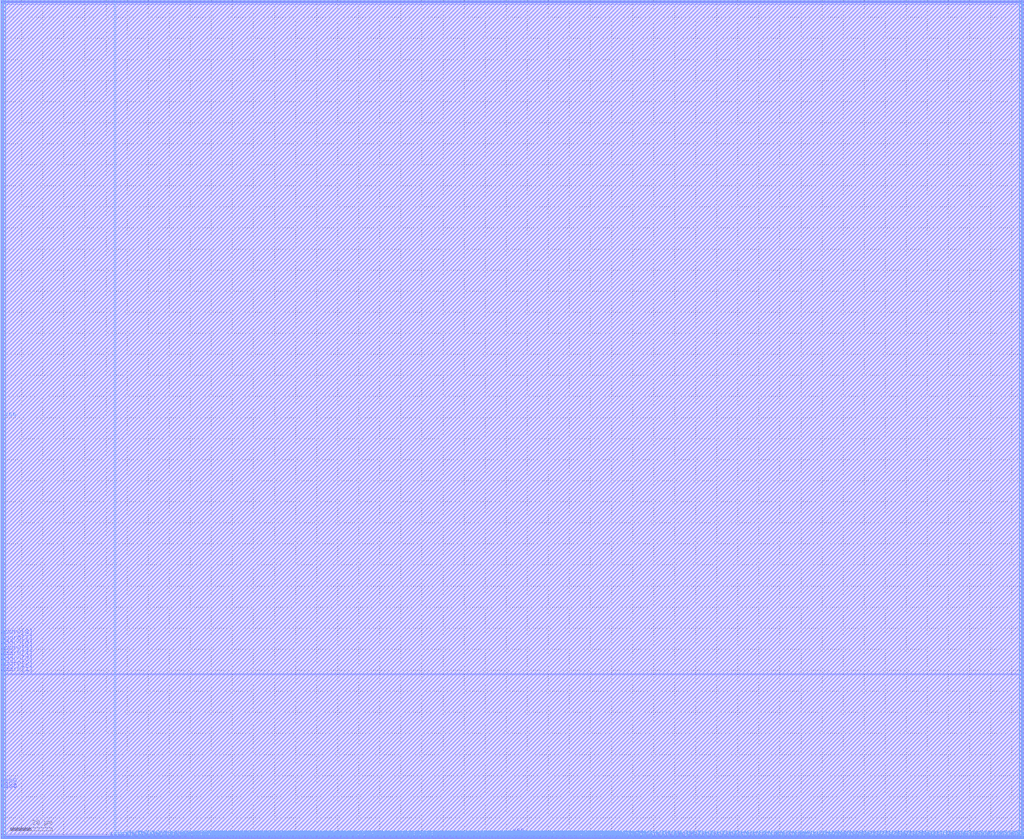
<source format=lef>
VERSION 5.4 ;
NAMESCASESENSITIVE ON ;
BUSBITCHARS "[]" ;
DIVIDERCHAR "/" ;
UNITS
  DATABASE MICRONS 2000 ;
END UNITS
MACRO sram_150b_512_1rw_freepdk45
   CLASS BLOCK ;
   SIZE 485.975 BY 398.375 ;
   SYMMETRY X Y R90 ;
   PIN din0[0]
      DIRECTION INPUT ;
      PORT
         LAYER metal4 ;
         RECT  54.1075 0.0 54.2475 0.14 ;
      END
   END din0[0]
   PIN din0[1]
      DIRECTION INPUT ;
      PORT
         LAYER metal4 ;
         RECT  56.9675 0.0 57.1075 0.14 ;
      END
   END din0[1]
   PIN din0[2]
      DIRECTION INPUT ;
      PORT
         LAYER metal4 ;
         RECT  59.8275 0.0 59.9675 0.14 ;
      END
   END din0[2]
   PIN din0[3]
      DIRECTION INPUT ;
      PORT
         LAYER metal4 ;
         RECT  62.6875 0.0 62.8275 0.14 ;
      END
   END din0[3]
   PIN din0[4]
      DIRECTION INPUT ;
      PORT
         LAYER metal4 ;
         RECT  65.5475 0.0 65.6875 0.14 ;
      END
   END din0[4]
   PIN din0[5]
      DIRECTION INPUT ;
      PORT
         LAYER metal4 ;
         RECT  68.4075 0.0 68.5475 0.14 ;
      END
   END din0[5]
   PIN din0[6]
      DIRECTION INPUT ;
      PORT
         LAYER metal4 ;
         RECT  71.2675 0.0 71.4075 0.14 ;
      END
   END din0[6]
   PIN din0[7]
      DIRECTION INPUT ;
      PORT
         LAYER metal4 ;
         RECT  74.1275 0.0 74.2675 0.14 ;
      END
   END din0[7]
   PIN din0[8]
      DIRECTION INPUT ;
      PORT
         LAYER metal4 ;
         RECT  76.9875 0.0 77.1275 0.14 ;
      END
   END din0[8]
   PIN din0[9]
      DIRECTION INPUT ;
      PORT
         LAYER metal4 ;
         RECT  79.8475 0.0 79.9875 0.14 ;
      END
   END din0[9]
   PIN din0[10]
      DIRECTION INPUT ;
      PORT
         LAYER metal4 ;
         RECT  82.7075 0.0 82.8475 0.14 ;
      END
   END din0[10]
   PIN din0[11]
      DIRECTION INPUT ;
      PORT
         LAYER metal4 ;
         RECT  85.5675 0.0 85.7075 0.14 ;
      END
   END din0[11]
   PIN din0[12]
      DIRECTION INPUT ;
      PORT
         LAYER metal4 ;
         RECT  88.4275 0.0 88.5675 0.14 ;
      END
   END din0[12]
   PIN din0[13]
      DIRECTION INPUT ;
      PORT
         LAYER metal4 ;
         RECT  91.2875 0.0 91.4275 0.14 ;
      END
   END din0[13]
   PIN din0[14]
      DIRECTION INPUT ;
      PORT
         LAYER metal4 ;
         RECT  94.1475 0.0 94.2875 0.14 ;
      END
   END din0[14]
   PIN din0[15]
      DIRECTION INPUT ;
      PORT
         LAYER metal4 ;
         RECT  97.0075 0.0 97.1475 0.14 ;
      END
   END din0[15]
   PIN din0[16]
      DIRECTION INPUT ;
      PORT
         LAYER metal4 ;
         RECT  99.8675 0.0 100.0075 0.14 ;
      END
   END din0[16]
   PIN din0[17]
      DIRECTION INPUT ;
      PORT
         LAYER metal4 ;
         RECT  102.7275 0.0 102.8675 0.14 ;
      END
   END din0[17]
   PIN din0[18]
      DIRECTION INPUT ;
      PORT
         LAYER metal4 ;
         RECT  105.5875 0.0 105.7275 0.14 ;
      END
   END din0[18]
   PIN din0[19]
      DIRECTION INPUT ;
      PORT
         LAYER metal4 ;
         RECT  108.4475 0.0 108.5875 0.14 ;
      END
   END din0[19]
   PIN din0[20]
      DIRECTION INPUT ;
      PORT
         LAYER metal4 ;
         RECT  111.3075 0.0 111.4475 0.14 ;
      END
   END din0[20]
   PIN din0[21]
      DIRECTION INPUT ;
      PORT
         LAYER metal4 ;
         RECT  114.1675 0.0 114.3075 0.14 ;
      END
   END din0[21]
   PIN din0[22]
      DIRECTION INPUT ;
      PORT
         LAYER metal4 ;
         RECT  117.0275 0.0 117.1675 0.14 ;
      END
   END din0[22]
   PIN din0[23]
      DIRECTION INPUT ;
      PORT
         LAYER metal4 ;
         RECT  119.8875 0.0 120.0275 0.14 ;
      END
   END din0[23]
   PIN din0[24]
      DIRECTION INPUT ;
      PORT
         LAYER metal4 ;
         RECT  122.7475 0.0 122.8875 0.14 ;
      END
   END din0[24]
   PIN din0[25]
      DIRECTION INPUT ;
      PORT
         LAYER metal4 ;
         RECT  125.6075 0.0 125.7475 0.14 ;
      END
   END din0[25]
   PIN din0[26]
      DIRECTION INPUT ;
      PORT
         LAYER metal4 ;
         RECT  128.4675 0.0 128.6075 0.14 ;
      END
   END din0[26]
   PIN din0[27]
      DIRECTION INPUT ;
      PORT
         LAYER metal4 ;
         RECT  131.3275 0.0 131.4675 0.14 ;
      END
   END din0[27]
   PIN din0[28]
      DIRECTION INPUT ;
      PORT
         LAYER metal4 ;
         RECT  134.1875 0.0 134.3275 0.14 ;
      END
   END din0[28]
   PIN din0[29]
      DIRECTION INPUT ;
      PORT
         LAYER metal4 ;
         RECT  137.0475 0.0 137.1875 0.14 ;
      END
   END din0[29]
   PIN din0[30]
      DIRECTION INPUT ;
      PORT
         LAYER metal4 ;
         RECT  139.9075 0.0 140.0475 0.14 ;
      END
   END din0[30]
   PIN din0[31]
      DIRECTION INPUT ;
      PORT
         LAYER metal4 ;
         RECT  142.7675 0.0 142.9075 0.14 ;
      END
   END din0[31]
   PIN din0[32]
      DIRECTION INPUT ;
      PORT
         LAYER metal4 ;
         RECT  145.6275 0.0 145.7675 0.14 ;
      END
   END din0[32]
   PIN din0[33]
      DIRECTION INPUT ;
      PORT
         LAYER metal4 ;
         RECT  148.4875 0.0 148.6275 0.14 ;
      END
   END din0[33]
   PIN din0[34]
      DIRECTION INPUT ;
      PORT
         LAYER metal4 ;
         RECT  151.3475 0.0 151.4875 0.14 ;
      END
   END din0[34]
   PIN din0[35]
      DIRECTION INPUT ;
      PORT
         LAYER metal4 ;
         RECT  154.2075 0.0 154.3475 0.14 ;
      END
   END din0[35]
   PIN din0[36]
      DIRECTION INPUT ;
      PORT
         LAYER metal4 ;
         RECT  157.0675 0.0 157.2075 0.14 ;
      END
   END din0[36]
   PIN din0[37]
      DIRECTION INPUT ;
      PORT
         LAYER metal4 ;
         RECT  159.9275 0.0 160.0675 0.14 ;
      END
   END din0[37]
   PIN din0[38]
      DIRECTION INPUT ;
      PORT
         LAYER metal4 ;
         RECT  162.7875 0.0 162.9275 0.14 ;
      END
   END din0[38]
   PIN din0[39]
      DIRECTION INPUT ;
      PORT
         LAYER metal4 ;
         RECT  165.6475 0.0 165.7875 0.14 ;
      END
   END din0[39]
   PIN din0[40]
      DIRECTION INPUT ;
      PORT
         LAYER metal4 ;
         RECT  168.5075 0.0 168.6475 0.14 ;
      END
   END din0[40]
   PIN din0[41]
      DIRECTION INPUT ;
      PORT
         LAYER metal4 ;
         RECT  171.3675 0.0 171.5075 0.14 ;
      END
   END din0[41]
   PIN din0[42]
      DIRECTION INPUT ;
      PORT
         LAYER metal4 ;
         RECT  174.2275 0.0 174.3675 0.14 ;
      END
   END din0[42]
   PIN din0[43]
      DIRECTION INPUT ;
      PORT
         LAYER metal4 ;
         RECT  177.0875 0.0 177.2275 0.14 ;
      END
   END din0[43]
   PIN din0[44]
      DIRECTION INPUT ;
      PORT
         LAYER metal4 ;
         RECT  179.9475 0.0 180.0875 0.14 ;
      END
   END din0[44]
   PIN din0[45]
      DIRECTION INPUT ;
      PORT
         LAYER metal4 ;
         RECT  182.8075 0.0 182.9475 0.14 ;
      END
   END din0[45]
   PIN din0[46]
      DIRECTION INPUT ;
      PORT
         LAYER metal4 ;
         RECT  185.6675 0.0 185.8075 0.14 ;
      END
   END din0[46]
   PIN din0[47]
      DIRECTION INPUT ;
      PORT
         LAYER metal4 ;
         RECT  188.5275 0.0 188.6675 0.14 ;
      END
   END din0[47]
   PIN din0[48]
      DIRECTION INPUT ;
      PORT
         LAYER metal4 ;
         RECT  191.3875 0.0 191.5275 0.14 ;
      END
   END din0[48]
   PIN din0[49]
      DIRECTION INPUT ;
      PORT
         LAYER metal4 ;
         RECT  194.2475 0.0 194.3875 0.14 ;
      END
   END din0[49]
   PIN din0[50]
      DIRECTION INPUT ;
      PORT
         LAYER metal4 ;
         RECT  197.1075 0.0 197.2475 0.14 ;
      END
   END din0[50]
   PIN din0[51]
      DIRECTION INPUT ;
      PORT
         LAYER metal4 ;
         RECT  199.9675 0.0 200.1075 0.14 ;
      END
   END din0[51]
   PIN din0[52]
      DIRECTION INPUT ;
      PORT
         LAYER metal4 ;
         RECT  202.8275 0.0 202.9675 0.14 ;
      END
   END din0[52]
   PIN din0[53]
      DIRECTION INPUT ;
      PORT
         LAYER metal4 ;
         RECT  205.6875 0.0 205.8275 0.14 ;
      END
   END din0[53]
   PIN din0[54]
      DIRECTION INPUT ;
      PORT
         LAYER metal4 ;
         RECT  208.5475 0.0 208.6875 0.14 ;
      END
   END din0[54]
   PIN din0[55]
      DIRECTION INPUT ;
      PORT
         LAYER metal4 ;
         RECT  211.4075 0.0 211.5475 0.14 ;
      END
   END din0[55]
   PIN din0[56]
      DIRECTION INPUT ;
      PORT
         LAYER metal4 ;
         RECT  214.2675 0.0 214.4075 0.14 ;
      END
   END din0[56]
   PIN din0[57]
      DIRECTION INPUT ;
      PORT
         LAYER metal4 ;
         RECT  217.1275 0.0 217.2675 0.14 ;
      END
   END din0[57]
   PIN din0[58]
      DIRECTION INPUT ;
      PORT
         LAYER metal4 ;
         RECT  219.9875 0.0 220.1275 0.14 ;
      END
   END din0[58]
   PIN din0[59]
      DIRECTION INPUT ;
      PORT
         LAYER metal4 ;
         RECT  222.8475 0.0 222.9875 0.14 ;
      END
   END din0[59]
   PIN din0[60]
      DIRECTION INPUT ;
      PORT
         LAYER metal4 ;
         RECT  225.7075 0.0 225.8475 0.14 ;
      END
   END din0[60]
   PIN din0[61]
      DIRECTION INPUT ;
      PORT
         LAYER metal4 ;
         RECT  228.5675 0.0 228.7075 0.14 ;
      END
   END din0[61]
   PIN din0[62]
      DIRECTION INPUT ;
      PORT
         LAYER metal4 ;
         RECT  231.4275 0.0 231.5675 0.14 ;
      END
   END din0[62]
   PIN din0[63]
      DIRECTION INPUT ;
      PORT
         LAYER metal4 ;
         RECT  234.2875 0.0 234.4275 0.14 ;
      END
   END din0[63]
   PIN din0[64]
      DIRECTION INPUT ;
      PORT
         LAYER metal4 ;
         RECT  237.1475 0.0 237.2875 0.14 ;
      END
   END din0[64]
   PIN din0[65]
      DIRECTION INPUT ;
      PORT
         LAYER metal4 ;
         RECT  240.0075 0.0 240.1475 0.14 ;
      END
   END din0[65]
   PIN din0[66]
      DIRECTION INPUT ;
      PORT
         LAYER metal4 ;
         RECT  242.8675 0.0 243.0075 0.14 ;
      END
   END din0[66]
   PIN din0[67]
      DIRECTION INPUT ;
      PORT
         LAYER metal4 ;
         RECT  245.7275 0.0 245.8675 0.14 ;
      END
   END din0[67]
   PIN din0[68]
      DIRECTION INPUT ;
      PORT
         LAYER metal4 ;
         RECT  248.5875 0.0 248.7275 0.14 ;
      END
   END din0[68]
   PIN din0[69]
      DIRECTION INPUT ;
      PORT
         LAYER metal4 ;
         RECT  251.4475 0.0 251.5875 0.14 ;
      END
   END din0[69]
   PIN din0[70]
      DIRECTION INPUT ;
      PORT
         LAYER metal4 ;
         RECT  254.3075 0.0 254.4475 0.14 ;
      END
   END din0[70]
   PIN din0[71]
      DIRECTION INPUT ;
      PORT
         LAYER metal4 ;
         RECT  257.1675 0.0 257.3075 0.14 ;
      END
   END din0[71]
   PIN din0[72]
      DIRECTION INPUT ;
      PORT
         LAYER metal4 ;
         RECT  260.0275 0.0 260.1675 0.14 ;
      END
   END din0[72]
   PIN din0[73]
      DIRECTION INPUT ;
      PORT
         LAYER metal4 ;
         RECT  262.8875 0.0 263.0275 0.14 ;
      END
   END din0[73]
   PIN din0[74]
      DIRECTION INPUT ;
      PORT
         LAYER metal4 ;
         RECT  265.7475 0.0 265.8875 0.14 ;
      END
   END din0[74]
   PIN din0[75]
      DIRECTION INPUT ;
      PORT
         LAYER metal4 ;
         RECT  268.6075 0.0 268.7475 0.14 ;
      END
   END din0[75]
   PIN din0[76]
      DIRECTION INPUT ;
      PORT
         LAYER metal4 ;
         RECT  271.4675 0.0 271.6075 0.14 ;
      END
   END din0[76]
   PIN din0[77]
      DIRECTION INPUT ;
      PORT
         LAYER metal4 ;
         RECT  274.3275 0.0 274.4675 0.14 ;
      END
   END din0[77]
   PIN din0[78]
      DIRECTION INPUT ;
      PORT
         LAYER metal4 ;
         RECT  277.1875 0.0 277.3275 0.14 ;
      END
   END din0[78]
   PIN din0[79]
      DIRECTION INPUT ;
      PORT
         LAYER metal4 ;
         RECT  280.0475 0.0 280.1875 0.14 ;
      END
   END din0[79]
   PIN din0[80]
      DIRECTION INPUT ;
      PORT
         LAYER metal4 ;
         RECT  282.9075 0.0 283.0475 0.14 ;
      END
   END din0[80]
   PIN din0[81]
      DIRECTION INPUT ;
      PORT
         LAYER metal4 ;
         RECT  285.7675 0.0 285.9075 0.14 ;
      END
   END din0[81]
   PIN din0[82]
      DIRECTION INPUT ;
      PORT
         LAYER metal4 ;
         RECT  288.6275 0.0 288.7675 0.14 ;
      END
   END din0[82]
   PIN din0[83]
      DIRECTION INPUT ;
      PORT
         LAYER metal4 ;
         RECT  291.4875 0.0 291.6275 0.14 ;
      END
   END din0[83]
   PIN din0[84]
      DIRECTION INPUT ;
      PORT
         LAYER metal4 ;
         RECT  294.3475 0.0 294.4875 0.14 ;
      END
   END din0[84]
   PIN din0[85]
      DIRECTION INPUT ;
      PORT
         LAYER metal4 ;
         RECT  297.2075 0.0 297.3475 0.14 ;
      END
   END din0[85]
   PIN din0[86]
      DIRECTION INPUT ;
      PORT
         LAYER metal4 ;
         RECT  300.0675 0.0 300.2075 0.14 ;
      END
   END din0[86]
   PIN din0[87]
      DIRECTION INPUT ;
      PORT
         LAYER metal4 ;
         RECT  302.9275 0.0 303.0675 0.14 ;
      END
   END din0[87]
   PIN din0[88]
      DIRECTION INPUT ;
      PORT
         LAYER metal4 ;
         RECT  305.7875 0.0 305.9275 0.14 ;
      END
   END din0[88]
   PIN din0[89]
      DIRECTION INPUT ;
      PORT
         LAYER metal4 ;
         RECT  308.6475 0.0 308.7875 0.14 ;
      END
   END din0[89]
   PIN din0[90]
      DIRECTION INPUT ;
      PORT
         LAYER metal4 ;
         RECT  311.5075 0.0 311.6475 0.14 ;
      END
   END din0[90]
   PIN din0[91]
      DIRECTION INPUT ;
      PORT
         LAYER metal4 ;
         RECT  314.3675 0.0 314.5075 0.14 ;
      END
   END din0[91]
   PIN din0[92]
      DIRECTION INPUT ;
      PORT
         LAYER metal4 ;
         RECT  317.2275 0.0 317.3675 0.14 ;
      END
   END din0[92]
   PIN din0[93]
      DIRECTION INPUT ;
      PORT
         LAYER metal4 ;
         RECT  320.0875 0.0 320.2275 0.14 ;
      END
   END din0[93]
   PIN din0[94]
      DIRECTION INPUT ;
      PORT
         LAYER metal4 ;
         RECT  322.9475 0.0 323.0875 0.14 ;
      END
   END din0[94]
   PIN din0[95]
      DIRECTION INPUT ;
      PORT
         LAYER metal4 ;
         RECT  325.8075 0.0 325.9475 0.14 ;
      END
   END din0[95]
   PIN din0[96]
      DIRECTION INPUT ;
      PORT
         LAYER metal4 ;
         RECT  328.6675 0.0 328.8075 0.14 ;
      END
   END din0[96]
   PIN din0[97]
      DIRECTION INPUT ;
      PORT
         LAYER metal4 ;
         RECT  331.5275 0.0 331.6675 0.14 ;
      END
   END din0[97]
   PIN din0[98]
      DIRECTION INPUT ;
      PORT
         LAYER metal4 ;
         RECT  334.3875 0.0 334.5275 0.14 ;
      END
   END din0[98]
   PIN din0[99]
      DIRECTION INPUT ;
      PORT
         LAYER metal4 ;
         RECT  337.2475 0.0 337.3875 0.14 ;
      END
   END din0[99]
   PIN din0[100]
      DIRECTION INPUT ;
      PORT
         LAYER metal4 ;
         RECT  340.1075 0.0 340.2475 0.14 ;
      END
   END din0[100]
   PIN din0[101]
      DIRECTION INPUT ;
      PORT
         LAYER metal4 ;
         RECT  342.9675 0.0 343.1075 0.14 ;
      END
   END din0[101]
   PIN din0[102]
      DIRECTION INPUT ;
      PORT
         LAYER metal4 ;
         RECT  345.8275 0.0 345.9675 0.14 ;
      END
   END din0[102]
   PIN din0[103]
      DIRECTION INPUT ;
      PORT
         LAYER metal4 ;
         RECT  348.6875 0.0 348.8275 0.14 ;
      END
   END din0[103]
   PIN din0[104]
      DIRECTION INPUT ;
      PORT
         LAYER metal4 ;
         RECT  351.5475 0.0 351.6875 0.14 ;
      END
   END din0[104]
   PIN din0[105]
      DIRECTION INPUT ;
      PORT
         LAYER metal4 ;
         RECT  354.4075 0.0 354.5475 0.14 ;
      END
   END din0[105]
   PIN din0[106]
      DIRECTION INPUT ;
      PORT
         LAYER metal4 ;
         RECT  357.2675 0.0 357.4075 0.14 ;
      END
   END din0[106]
   PIN din0[107]
      DIRECTION INPUT ;
      PORT
         LAYER metal4 ;
         RECT  360.1275 0.0 360.2675 0.14 ;
      END
   END din0[107]
   PIN din0[108]
      DIRECTION INPUT ;
      PORT
         LAYER metal4 ;
         RECT  362.9875 0.0 363.1275 0.14 ;
      END
   END din0[108]
   PIN din0[109]
      DIRECTION INPUT ;
      PORT
         LAYER metal4 ;
         RECT  365.8475 0.0 365.9875 0.14 ;
      END
   END din0[109]
   PIN din0[110]
      DIRECTION INPUT ;
      PORT
         LAYER metal4 ;
         RECT  368.7075 0.0 368.8475 0.14 ;
      END
   END din0[110]
   PIN din0[111]
      DIRECTION INPUT ;
      PORT
         LAYER metal4 ;
         RECT  371.5675 0.0 371.7075 0.14 ;
      END
   END din0[111]
   PIN din0[112]
      DIRECTION INPUT ;
      PORT
         LAYER metal4 ;
         RECT  374.4275 0.0 374.5675 0.14 ;
      END
   END din0[112]
   PIN din0[113]
      DIRECTION INPUT ;
      PORT
         LAYER metal4 ;
         RECT  377.2875 0.0 377.4275 0.14 ;
      END
   END din0[113]
   PIN din0[114]
      DIRECTION INPUT ;
      PORT
         LAYER metal4 ;
         RECT  380.1475 0.0 380.2875 0.14 ;
      END
   END din0[114]
   PIN din0[115]
      DIRECTION INPUT ;
      PORT
         LAYER metal4 ;
         RECT  383.0075 0.0 383.1475 0.14 ;
      END
   END din0[115]
   PIN din0[116]
      DIRECTION INPUT ;
      PORT
         LAYER metal4 ;
         RECT  385.8675 0.0 386.0075 0.14 ;
      END
   END din0[116]
   PIN din0[117]
      DIRECTION INPUT ;
      PORT
         LAYER metal4 ;
         RECT  388.7275 0.0 388.8675 0.14 ;
      END
   END din0[117]
   PIN din0[118]
      DIRECTION INPUT ;
      PORT
         LAYER metal4 ;
         RECT  391.5875 0.0 391.7275 0.14 ;
      END
   END din0[118]
   PIN din0[119]
      DIRECTION INPUT ;
      PORT
         LAYER metal4 ;
         RECT  394.4475 0.0 394.5875 0.14 ;
      END
   END din0[119]
   PIN din0[120]
      DIRECTION INPUT ;
      PORT
         LAYER metal4 ;
         RECT  397.3075 0.0 397.4475 0.14 ;
      END
   END din0[120]
   PIN din0[121]
      DIRECTION INPUT ;
      PORT
         LAYER metal4 ;
         RECT  400.1675 0.0 400.3075 0.14 ;
      END
   END din0[121]
   PIN din0[122]
      DIRECTION INPUT ;
      PORT
         LAYER metal4 ;
         RECT  403.0275 0.0 403.1675 0.14 ;
      END
   END din0[122]
   PIN din0[123]
      DIRECTION INPUT ;
      PORT
         LAYER metal4 ;
         RECT  405.8875 0.0 406.0275 0.14 ;
      END
   END din0[123]
   PIN din0[124]
      DIRECTION INPUT ;
      PORT
         LAYER metal4 ;
         RECT  408.7475 0.0 408.8875 0.14 ;
      END
   END din0[124]
   PIN din0[125]
      DIRECTION INPUT ;
      PORT
         LAYER metal4 ;
         RECT  411.6075 0.0 411.7475 0.14 ;
      END
   END din0[125]
   PIN din0[126]
      DIRECTION INPUT ;
      PORT
         LAYER metal4 ;
         RECT  414.4675 0.0 414.6075 0.14 ;
      END
   END din0[126]
   PIN din0[127]
      DIRECTION INPUT ;
      PORT
         LAYER metal4 ;
         RECT  417.3275 0.0 417.4675 0.14 ;
      END
   END din0[127]
   PIN din0[128]
      DIRECTION INPUT ;
      PORT
         LAYER metal4 ;
         RECT  420.1875 0.0 420.3275 0.14 ;
      END
   END din0[128]
   PIN din0[129]
      DIRECTION INPUT ;
      PORT
         LAYER metal4 ;
         RECT  423.0475 0.0 423.1875 0.14 ;
      END
   END din0[129]
   PIN din0[130]
      DIRECTION INPUT ;
      PORT
         LAYER metal4 ;
         RECT  425.9075 0.0 426.0475 0.14 ;
      END
   END din0[130]
   PIN din0[131]
      DIRECTION INPUT ;
      PORT
         LAYER metal4 ;
         RECT  428.7675 0.0 428.9075 0.14 ;
      END
   END din0[131]
   PIN din0[132]
      DIRECTION INPUT ;
      PORT
         LAYER metal4 ;
         RECT  431.6275 0.0 431.7675 0.14 ;
      END
   END din0[132]
   PIN din0[133]
      DIRECTION INPUT ;
      PORT
         LAYER metal4 ;
         RECT  434.4875 0.0 434.6275 0.14 ;
      END
   END din0[133]
   PIN din0[134]
      DIRECTION INPUT ;
      PORT
         LAYER metal4 ;
         RECT  437.3475 0.0 437.4875 0.14 ;
      END
   END din0[134]
   PIN din0[135]
      DIRECTION INPUT ;
      PORT
         LAYER metal4 ;
         RECT  440.2075 0.0 440.3475 0.14 ;
      END
   END din0[135]
   PIN din0[136]
      DIRECTION INPUT ;
      PORT
         LAYER metal4 ;
         RECT  443.0675 0.0 443.2075 0.14 ;
      END
   END din0[136]
   PIN din0[137]
      DIRECTION INPUT ;
      PORT
         LAYER metal4 ;
         RECT  445.9275 0.0 446.0675 0.14 ;
      END
   END din0[137]
   PIN din0[138]
      DIRECTION INPUT ;
      PORT
         LAYER metal4 ;
         RECT  448.7875 0.0 448.9275 0.14 ;
      END
   END din0[138]
   PIN din0[139]
      DIRECTION INPUT ;
      PORT
         LAYER metal4 ;
         RECT  451.6475 0.0 451.7875 0.14 ;
      END
   END din0[139]
   PIN din0[140]
      DIRECTION INPUT ;
      PORT
         LAYER metal4 ;
         RECT  454.5075 0.0 454.6475 0.14 ;
      END
   END din0[140]
   PIN din0[141]
      DIRECTION INPUT ;
      PORT
         LAYER metal4 ;
         RECT  457.3675 0.0 457.5075 0.14 ;
      END
   END din0[141]
   PIN din0[142]
      DIRECTION INPUT ;
      PORT
         LAYER metal4 ;
         RECT  460.2275 0.0 460.3675 0.14 ;
      END
   END din0[142]
   PIN din0[143]
      DIRECTION INPUT ;
      PORT
         LAYER metal4 ;
         RECT  463.0875 0.0 463.2275 0.14 ;
      END
   END din0[143]
   PIN din0[144]
      DIRECTION INPUT ;
      PORT
         LAYER metal4 ;
         RECT  465.9475 0.0 466.0875 0.14 ;
      END
   END din0[144]
   PIN din0[145]
      DIRECTION INPUT ;
      PORT
         LAYER metal4 ;
         RECT  468.8075 0.0 468.9475 0.14 ;
      END
   END din0[145]
   PIN din0[146]
      DIRECTION INPUT ;
      PORT
         LAYER metal4 ;
         RECT  471.6675 0.0 471.8075 0.14 ;
      END
   END din0[146]
   PIN din0[147]
      DIRECTION INPUT ;
      PORT
         LAYER metal4 ;
         RECT  474.5275 0.0 474.6675 0.14 ;
      END
   END din0[147]
   PIN din0[148]
      DIRECTION INPUT ;
      PORT
         LAYER metal4 ;
         RECT  477.3875 0.0 477.5275 0.14 ;
      END
   END din0[148]
   PIN din0[149]
      DIRECTION INPUT ;
      PORT
         LAYER metal4 ;
         RECT  480.2475 0.0 480.3875 0.14 ;
      END
   END din0[149]
   PIN addr0[0]
      DIRECTION INPUT ;
      PORT
         LAYER metal4 ;
         RECT  51.2475 0.0 51.3875 0.14 ;
      END
   END addr0[0]
   PIN addr0[1]
      DIRECTION INPUT ;
      PORT
         LAYER metal3 ;
         RECT  0.0 78.02 0.14 78.16 ;
      END
   END addr0[1]
   PIN addr0[2]
      DIRECTION INPUT ;
      PORT
         LAYER metal3 ;
         RECT  0.0 80.75 0.14 80.89 ;
      END
   END addr0[2]
   PIN addr0[3]
      DIRECTION INPUT ;
      PORT
         LAYER metal3 ;
         RECT  0.0 82.96 0.14 83.1 ;
      END
   END addr0[3]
   PIN addr0[4]
      DIRECTION INPUT ;
      PORT
         LAYER metal3 ;
         RECT  0.0 85.69 0.14 85.83 ;
      END
   END addr0[4]
   PIN addr0[5]
      DIRECTION INPUT ;
      PORT
         LAYER metal3 ;
         RECT  0.0 87.9 0.14 88.04 ;
      END
   END addr0[5]
   PIN addr0[6]
      DIRECTION INPUT ;
      PORT
         LAYER metal3 ;
         RECT  0.0 90.63 0.14 90.77 ;
      END
   END addr0[6]
   PIN addr0[7]
      DIRECTION INPUT ;
      PORT
         LAYER metal3 ;
         RECT  0.0 92.84 0.14 92.98 ;
      END
   END addr0[7]
   PIN addr0[8]
      DIRECTION INPUT ;
      PORT
         LAYER metal3 ;
         RECT  0.0 95.57 0.14 95.71 ;
      END
   END addr0[8]
   PIN csb0
      DIRECTION INPUT ;
      PORT
         LAYER metal3 ;
         RECT  0.0 22.38 0.14 22.52 ;
      END
   END csb0
   PIN web0
      DIRECTION INPUT ;
      PORT
         LAYER metal3 ;
         RECT  0.0 25.11 0.14 25.25 ;
      END
   END web0
   PIN clk0
      DIRECTION INPUT ;
      PORT
         LAYER metal3 ;
         RECT  0.0 22.615 0.14 22.755 ;
      END
   END clk0
   PIN dout0[0]
      DIRECTION OUTPUT ;
      PORT
         LAYER metal4 ;
         RECT  79.09 0.0 79.23 0.14 ;
      END
   END dout0[0]
   PIN dout0[1]
      DIRECTION OUTPUT ;
      PORT
         LAYER metal4 ;
         RECT  80.8575 0.0 80.9975 0.14 ;
      END
   END dout0[1]
   PIN dout0[2]
      DIRECTION OUTPUT ;
      PORT
         LAYER metal4 ;
         RECT  81.95 0.0 82.09 0.14 ;
      END
   END dout0[2]
   PIN dout0[3]
      DIRECTION OUTPUT ;
      PORT
         LAYER metal4 ;
         RECT  83.6775 0.0 83.8175 0.14 ;
      END
   END dout0[3]
   PIN dout0[4]
      DIRECTION OUTPUT ;
      PORT
         LAYER metal4 ;
         RECT  84.81 0.0 84.95 0.14 ;
      END
   END dout0[4]
   PIN dout0[5]
      DIRECTION OUTPUT ;
      PORT
         LAYER metal4 ;
         RECT  86.4975 0.0 86.6375 0.14 ;
      END
   END dout0[5]
   PIN dout0[6]
      DIRECTION OUTPUT ;
      PORT
         LAYER metal4 ;
         RECT  87.67 0.0 87.81 0.14 ;
      END
   END dout0[6]
   PIN dout0[7]
      DIRECTION OUTPUT ;
      PORT
         LAYER metal4 ;
         RECT  89.3175 0.0 89.4575 0.14 ;
      END
   END dout0[7]
   PIN dout0[8]
      DIRECTION OUTPUT ;
      PORT
         LAYER metal4 ;
         RECT  90.4925 0.0 90.6325 0.14 ;
      END
   END dout0[8]
   PIN dout0[9]
      DIRECTION OUTPUT ;
      PORT
         LAYER metal4 ;
         RECT  92.1375 0.0 92.2775 0.14 ;
      END
   END dout0[9]
   PIN dout0[10]
      DIRECTION OUTPUT ;
      PORT
         LAYER metal4 ;
         RECT  93.3125 0.0 93.4525 0.14 ;
      END
   END dout0[10]
   PIN dout0[11]
      DIRECTION OUTPUT ;
      PORT
         LAYER metal4 ;
         RECT  94.9575 0.0 95.0975 0.14 ;
      END
   END dout0[11]
   PIN dout0[12]
      DIRECTION OUTPUT ;
      PORT
         LAYER metal4 ;
         RECT  96.25 0.0 96.39 0.14 ;
      END
   END dout0[12]
   PIN dout0[13]
      DIRECTION OUTPUT ;
      PORT
         LAYER metal4 ;
         RECT  97.7775 0.0 97.9175 0.14 ;
      END
   END dout0[13]
   PIN dout0[14]
      DIRECTION OUTPUT ;
      PORT
         LAYER metal4 ;
         RECT  99.11 0.0 99.25 0.14 ;
      END
   END dout0[14]
   PIN dout0[15]
      DIRECTION OUTPUT ;
      PORT
         LAYER metal4 ;
         RECT  100.5975 0.0 100.7375 0.14 ;
      END
   END dout0[15]
   PIN dout0[16]
      DIRECTION OUTPUT ;
      PORT
         LAYER metal4 ;
         RECT  101.97 0.0 102.11 0.14 ;
      END
   END dout0[16]
   PIN dout0[17]
      DIRECTION OUTPUT ;
      PORT
         LAYER metal4 ;
         RECT  103.4175 0.0 103.5575 0.14 ;
      END
   END dout0[17]
   PIN dout0[18]
      DIRECTION OUTPUT ;
      PORT
         LAYER metal4 ;
         RECT  104.8275 0.0 104.9675 0.14 ;
      END
   END dout0[18]
   PIN dout0[19]
      DIRECTION OUTPUT ;
      PORT
         LAYER metal4 ;
         RECT  106.2375 0.0 106.3775 0.14 ;
      END
   END dout0[19]
   PIN dout0[20]
      DIRECTION OUTPUT ;
      PORT
         LAYER metal4 ;
         RECT  107.6475 0.0 107.7875 0.14 ;
      END
   END dout0[20]
   PIN dout0[21]
      DIRECTION OUTPUT ;
      PORT
         LAYER metal4 ;
         RECT  109.0575 0.0 109.1975 0.14 ;
      END
   END dout0[21]
   PIN dout0[22]
      DIRECTION OUTPUT ;
      PORT
         LAYER metal4 ;
         RECT  110.4675 0.0 110.6075 0.14 ;
      END
   END dout0[22]
   PIN dout0[23]
      DIRECTION OUTPUT ;
      PORT
         LAYER metal4 ;
         RECT  111.8775 0.0 112.0175 0.14 ;
      END
   END dout0[23]
   PIN dout0[24]
      DIRECTION OUTPUT ;
      PORT
         LAYER metal4 ;
         RECT  113.2875 0.0 113.4275 0.14 ;
      END
   END dout0[24]
   PIN dout0[25]
      DIRECTION OUTPUT ;
      PORT
         LAYER metal4 ;
         RECT  114.6975 0.0 114.8375 0.14 ;
      END
   END dout0[25]
   PIN dout0[26]
      DIRECTION OUTPUT ;
      PORT
         LAYER metal4 ;
         RECT  116.1075 0.0 116.2475 0.14 ;
      END
   END dout0[26]
   PIN dout0[27]
      DIRECTION OUTPUT ;
      PORT
         LAYER metal4 ;
         RECT  117.5175 0.0 117.6575 0.14 ;
      END
   END dout0[27]
   PIN dout0[28]
      DIRECTION OUTPUT ;
      PORT
         LAYER metal4 ;
         RECT  118.9275 0.0 119.0675 0.14 ;
      END
   END dout0[28]
   PIN dout0[29]
      DIRECTION OUTPUT ;
      PORT
         LAYER metal4 ;
         RECT  120.3375 0.0 120.4775 0.14 ;
      END
   END dout0[29]
   PIN dout0[30]
      DIRECTION OUTPUT ;
      PORT
         LAYER metal4 ;
         RECT  121.7475 0.0 121.8875 0.14 ;
      END
   END dout0[30]
   PIN dout0[31]
      DIRECTION OUTPUT ;
      PORT
         LAYER metal4 ;
         RECT  123.1575 0.0 123.2975 0.14 ;
      END
   END dout0[31]
   PIN dout0[32]
      DIRECTION OUTPUT ;
      PORT
         LAYER metal4 ;
         RECT  124.5675 0.0 124.7075 0.14 ;
      END
   END dout0[32]
   PIN dout0[33]
      DIRECTION OUTPUT ;
      PORT
         LAYER metal4 ;
         RECT  125.9775 0.0 126.1175 0.14 ;
      END
   END dout0[33]
   PIN dout0[34]
      DIRECTION OUTPUT ;
      PORT
         LAYER metal4 ;
         RECT  127.3875 0.0 127.5275 0.14 ;
      END
   END dout0[34]
   PIN dout0[35]
      DIRECTION OUTPUT ;
      PORT
         LAYER metal4 ;
         RECT  128.7975 0.0 128.9375 0.14 ;
      END
   END dout0[35]
   PIN dout0[36]
      DIRECTION OUTPUT ;
      PORT
         LAYER metal4 ;
         RECT  130.2075 0.0 130.3475 0.14 ;
      END
   END dout0[36]
   PIN dout0[37]
      DIRECTION OUTPUT ;
      PORT
         LAYER metal4 ;
         RECT  131.6175 0.0 131.7575 0.14 ;
      END
   END dout0[37]
   PIN dout0[38]
      DIRECTION OUTPUT ;
      PORT
         LAYER metal4 ;
         RECT  133.0275 0.0 133.1675 0.14 ;
      END
   END dout0[38]
   PIN dout0[39]
      DIRECTION OUTPUT ;
      PORT
         LAYER metal4 ;
         RECT  134.4725 0.0 134.6125 0.14 ;
      END
   END dout0[39]
   PIN dout0[40]
      DIRECTION OUTPUT ;
      PORT
         LAYER metal4 ;
         RECT  135.8475 0.0 135.9875 0.14 ;
      END
   END dout0[40]
   PIN dout0[41]
      DIRECTION OUTPUT ;
      PORT
         LAYER metal4 ;
         RECT  137.3325 0.0 137.4725 0.14 ;
      END
   END dout0[41]
   PIN dout0[42]
      DIRECTION OUTPUT ;
      PORT
         LAYER metal4 ;
         RECT  138.6675 0.0 138.8075 0.14 ;
      END
   END dout0[42]
   PIN dout0[43]
      DIRECTION OUTPUT ;
      PORT
         LAYER metal4 ;
         RECT  140.1925 0.0 140.3325 0.14 ;
      END
   END dout0[43]
   PIN dout0[44]
      DIRECTION OUTPUT ;
      PORT
         LAYER metal4 ;
         RECT  141.4875 0.0 141.6275 0.14 ;
      END
   END dout0[44]
   PIN dout0[45]
      DIRECTION OUTPUT ;
      PORT
         LAYER metal4 ;
         RECT  143.0525 0.0 143.1925 0.14 ;
      END
   END dout0[45]
   PIN dout0[46]
      DIRECTION OUTPUT ;
      PORT
         LAYER metal4 ;
         RECT  144.3075 0.0 144.4475 0.14 ;
      END
   END dout0[46]
   PIN dout0[47]
      DIRECTION OUTPUT ;
      PORT
         LAYER metal4 ;
         RECT  145.9125 0.0 146.0525 0.14 ;
      END
   END dout0[47]
   PIN dout0[48]
      DIRECTION OUTPUT ;
      PORT
         LAYER metal4 ;
         RECT  147.1275 0.0 147.2675 0.14 ;
      END
   END dout0[48]
   PIN dout0[49]
      DIRECTION OUTPUT ;
      PORT
         LAYER metal4 ;
         RECT  148.7725 0.0 148.9125 0.14 ;
      END
   END dout0[49]
   PIN dout0[50]
      DIRECTION OUTPUT ;
      PORT
         LAYER metal4 ;
         RECT  149.9475 0.0 150.0875 0.14 ;
      END
   END dout0[50]
   PIN dout0[51]
      DIRECTION OUTPUT ;
      PORT
         LAYER metal4 ;
         RECT  151.6325 0.0 151.7725 0.14 ;
      END
   END dout0[51]
   PIN dout0[52]
      DIRECTION OUTPUT ;
      PORT
         LAYER metal4 ;
         RECT  152.7675 0.0 152.9075 0.14 ;
      END
   END dout0[52]
   PIN dout0[53]
      DIRECTION OUTPUT ;
      PORT
         LAYER metal4 ;
         RECT  154.4925 0.0 154.6325 0.14 ;
      END
   END dout0[53]
   PIN dout0[54]
      DIRECTION OUTPUT ;
      PORT
         LAYER metal4 ;
         RECT  155.5875 0.0 155.7275 0.14 ;
      END
   END dout0[54]
   PIN dout0[55]
      DIRECTION OUTPUT ;
      PORT
         LAYER metal4 ;
         RECT  157.3525 0.0 157.4925 0.14 ;
      END
   END dout0[55]
   PIN dout0[56]
      DIRECTION OUTPUT ;
      PORT
         LAYER metal4 ;
         RECT  158.4075 0.0 158.5475 0.14 ;
      END
   END dout0[56]
   PIN dout0[57]
      DIRECTION OUTPUT ;
      PORT
         LAYER metal4 ;
         RECT  160.39 0.0 160.53 0.14 ;
      END
   END dout0[57]
   PIN dout0[58]
      DIRECTION OUTPUT ;
      PORT
         LAYER metal4 ;
         RECT  161.2275 0.0 161.3675 0.14 ;
      END
   END dout0[58]
   PIN dout0[59]
      DIRECTION OUTPUT ;
      PORT
         LAYER metal4 ;
         RECT  163.21 0.0 163.35 0.14 ;
      END
   END dout0[59]
   PIN dout0[60]
      DIRECTION OUTPUT ;
      PORT
         LAYER metal4 ;
         RECT  164.0475 0.0 164.1875 0.14 ;
      END
   END dout0[60]
   PIN dout0[61]
      DIRECTION OUTPUT ;
      PORT
         LAYER metal4 ;
         RECT  164.89 0.0 165.03 0.14 ;
      END
   END dout0[61]
   PIN dout0[62]
      DIRECTION OUTPUT ;
      PORT
         LAYER metal4 ;
         RECT  166.8675 0.0 167.0075 0.14 ;
      END
   END dout0[62]
   PIN dout0[63]
      DIRECTION OUTPUT ;
      PORT
         LAYER metal4 ;
         RECT  167.75 0.0 167.89 0.14 ;
      END
   END dout0[63]
   PIN dout0[64]
      DIRECTION OUTPUT ;
      PORT
         LAYER metal4 ;
         RECT  169.6875 0.0 169.8275 0.14 ;
      END
   END dout0[64]
   PIN dout0[65]
      DIRECTION OUTPUT ;
      PORT
         LAYER metal4 ;
         RECT  170.61 0.0 170.75 0.14 ;
      END
   END dout0[65]
   PIN dout0[66]
      DIRECTION OUTPUT ;
      PORT
         LAYER metal4 ;
         RECT  172.5075 0.0 172.6475 0.14 ;
      END
   END dout0[66]
   PIN dout0[67]
      DIRECTION OUTPUT ;
      PORT
         LAYER metal4 ;
         RECT  173.47 0.0 173.61 0.14 ;
      END
   END dout0[67]
   PIN dout0[68]
      DIRECTION OUTPUT ;
      PORT
         LAYER metal4 ;
         RECT  175.3275 0.0 175.4675 0.14 ;
      END
   END dout0[68]
   PIN dout0[69]
      DIRECTION OUTPUT ;
      PORT
         LAYER metal4 ;
         RECT  176.33 0.0 176.47 0.14 ;
      END
   END dout0[69]
   PIN dout0[70]
      DIRECTION OUTPUT ;
      PORT
         LAYER metal4 ;
         RECT  178.1475 0.0 178.2875 0.14 ;
      END
   END dout0[70]
   PIN dout0[71]
      DIRECTION OUTPUT ;
      PORT
         LAYER metal4 ;
         RECT  179.19 0.0 179.33 0.14 ;
      END
   END dout0[71]
   PIN dout0[72]
      DIRECTION OUTPUT ;
      PORT
         LAYER metal4 ;
         RECT  180.9675 0.0 181.1075 0.14 ;
      END
   END dout0[72]
   PIN dout0[73]
      DIRECTION OUTPUT ;
      PORT
         LAYER metal4 ;
         RECT  182.05 0.0 182.19 0.14 ;
      END
   END dout0[73]
   PIN dout0[74]
      DIRECTION OUTPUT ;
      PORT
         LAYER metal4 ;
         RECT  183.7875 0.0 183.9275 0.14 ;
      END
   END dout0[74]
   PIN dout0[75]
      DIRECTION OUTPUT ;
      PORT
         LAYER metal4 ;
         RECT  184.91 0.0 185.05 0.14 ;
      END
   END dout0[75]
   PIN dout0[76]
      DIRECTION OUTPUT ;
      PORT
         LAYER metal4 ;
         RECT  186.6075 0.0 186.7475 0.14 ;
      END
   END dout0[76]
   PIN dout0[77]
      DIRECTION OUTPUT ;
      PORT
         LAYER metal4 ;
         RECT  187.77 0.0 187.91 0.14 ;
      END
   END dout0[77]
   PIN dout0[78]
      DIRECTION OUTPUT ;
      PORT
         LAYER metal4 ;
         RECT  189.4275 0.0 189.5675 0.14 ;
      END
   END dout0[78]
   PIN dout0[79]
      DIRECTION OUTPUT ;
      PORT
         LAYER metal4 ;
         RECT  190.6025 0.0 190.7425 0.14 ;
      END
   END dout0[79]
   PIN dout0[80]
      DIRECTION OUTPUT ;
      PORT
         LAYER metal4 ;
         RECT  192.2475 0.0 192.3875 0.14 ;
      END
   END dout0[80]
   PIN dout0[81]
      DIRECTION OUTPUT ;
      PORT
         LAYER metal4 ;
         RECT  193.4225 0.0 193.5625 0.14 ;
      END
   END dout0[81]
   PIN dout0[82]
      DIRECTION OUTPUT ;
      PORT
         LAYER metal4 ;
         RECT  195.0675 0.0 195.2075 0.14 ;
      END
   END dout0[82]
   PIN dout0[83]
      DIRECTION OUTPUT ;
      PORT
         LAYER metal4 ;
         RECT  196.35 0.0 196.49 0.14 ;
      END
   END dout0[83]
   PIN dout0[84]
      DIRECTION OUTPUT ;
      PORT
         LAYER metal4 ;
         RECT  197.8875 0.0 198.0275 0.14 ;
      END
   END dout0[84]
   PIN dout0[85]
      DIRECTION OUTPUT ;
      PORT
         LAYER metal4 ;
         RECT  199.21 0.0 199.35 0.14 ;
      END
   END dout0[85]
   PIN dout0[86]
      DIRECTION OUTPUT ;
      PORT
         LAYER metal4 ;
         RECT  200.7075 0.0 200.8475 0.14 ;
      END
   END dout0[86]
   PIN dout0[87]
      DIRECTION OUTPUT ;
      PORT
         LAYER metal4 ;
         RECT  202.07 0.0 202.21 0.14 ;
      END
   END dout0[87]
   PIN dout0[88]
      DIRECTION OUTPUT ;
      PORT
         LAYER metal4 ;
         RECT  203.5275 0.0 203.6675 0.14 ;
      END
   END dout0[88]
   PIN dout0[89]
      DIRECTION OUTPUT ;
      PORT
         LAYER metal4 ;
         RECT  204.93 0.0 205.07 0.14 ;
      END
   END dout0[89]
   PIN dout0[90]
      DIRECTION OUTPUT ;
      PORT
         LAYER metal4 ;
         RECT  206.3475 0.0 206.4875 0.14 ;
      END
   END dout0[90]
   PIN dout0[91]
      DIRECTION OUTPUT ;
      PORT
         LAYER metal4 ;
         RECT  207.7575 0.0 207.8975 0.14 ;
      END
   END dout0[91]
   PIN dout0[92]
      DIRECTION OUTPUT ;
      PORT
         LAYER metal4 ;
         RECT  209.1675 0.0 209.3075 0.14 ;
      END
   END dout0[92]
   PIN dout0[93]
      DIRECTION OUTPUT ;
      PORT
         LAYER metal4 ;
         RECT  210.5775 0.0 210.7175 0.14 ;
      END
   END dout0[93]
   PIN dout0[94]
      DIRECTION OUTPUT ;
      PORT
         LAYER metal4 ;
         RECT  211.9875 0.0 212.1275 0.14 ;
      END
   END dout0[94]
   PIN dout0[95]
      DIRECTION OUTPUT ;
      PORT
         LAYER metal4 ;
         RECT  213.3975 0.0 213.5375 0.14 ;
      END
   END dout0[95]
   PIN dout0[96]
      DIRECTION OUTPUT ;
      PORT
         LAYER metal4 ;
         RECT  214.8075 0.0 214.9475 0.14 ;
      END
   END dout0[96]
   PIN dout0[97]
      DIRECTION OUTPUT ;
      PORT
         LAYER metal4 ;
         RECT  216.2175 0.0 216.3575 0.14 ;
      END
   END dout0[97]
   PIN dout0[98]
      DIRECTION OUTPUT ;
      PORT
         LAYER metal4 ;
         RECT  217.6275 0.0 217.7675 0.14 ;
      END
   END dout0[98]
   PIN dout0[99]
      DIRECTION OUTPUT ;
      PORT
         LAYER metal4 ;
         RECT  219.0375 0.0 219.1775 0.14 ;
      END
   END dout0[99]
   PIN dout0[100]
      DIRECTION OUTPUT ;
      PORT
         LAYER metal4 ;
         RECT  220.4475 0.0 220.5875 0.14 ;
      END
   END dout0[100]
   PIN dout0[101]
      DIRECTION OUTPUT ;
      PORT
         LAYER metal4 ;
         RECT  221.8575 0.0 221.9975 0.14 ;
      END
   END dout0[101]
   PIN dout0[102]
      DIRECTION OUTPUT ;
      PORT
         LAYER metal4 ;
         RECT  223.2675 0.0 223.4075 0.14 ;
      END
   END dout0[102]
   PIN dout0[103]
      DIRECTION OUTPUT ;
      PORT
         LAYER metal4 ;
         RECT  224.6775 0.0 224.8175 0.14 ;
      END
   END dout0[103]
   PIN dout0[104]
      DIRECTION OUTPUT ;
      PORT
         LAYER metal4 ;
         RECT  226.0875 0.0 226.2275 0.14 ;
      END
   END dout0[104]
   PIN dout0[105]
      DIRECTION OUTPUT ;
      PORT
         LAYER metal4 ;
         RECT  227.4975 0.0 227.6375 0.14 ;
      END
   END dout0[105]
   PIN dout0[106]
      DIRECTION OUTPUT ;
      PORT
         LAYER metal4 ;
         RECT  228.9075 0.0 229.0475 0.14 ;
      END
   END dout0[106]
   PIN dout0[107]
      DIRECTION OUTPUT ;
      PORT
         LAYER metal4 ;
         RECT  230.3175 0.0 230.4575 0.14 ;
      END
   END dout0[107]
   PIN dout0[108]
      DIRECTION OUTPUT ;
      PORT
         LAYER metal4 ;
         RECT  231.7275 0.0 231.8675 0.14 ;
      END
   END dout0[108]
   PIN dout0[109]
      DIRECTION OUTPUT ;
      PORT
         LAYER metal4 ;
         RECT  233.1375 0.0 233.2775 0.14 ;
      END
   END dout0[109]
   PIN dout0[110]
      DIRECTION OUTPUT ;
      PORT
         LAYER metal4 ;
         RECT  234.5725 0.0 234.7125 0.14 ;
      END
   END dout0[110]
   PIN dout0[111]
      DIRECTION OUTPUT ;
      PORT
         LAYER metal4 ;
         RECT  235.9575 0.0 236.0975 0.14 ;
      END
   END dout0[111]
   PIN dout0[112]
      DIRECTION OUTPUT ;
      PORT
         LAYER metal4 ;
         RECT  237.44 0.0 237.58 0.14 ;
      END
   END dout0[112]
   PIN dout0[113]
      DIRECTION OUTPUT ;
      PORT
         LAYER metal4 ;
         RECT  238.7775 0.0 238.9175 0.14 ;
      END
   END dout0[113]
   PIN dout0[114]
      DIRECTION OUTPUT ;
      PORT
         LAYER metal4 ;
         RECT  240.2925 0.0 240.4325 0.14 ;
      END
   END dout0[114]
   PIN dout0[115]
      DIRECTION OUTPUT ;
      PORT
         LAYER metal4 ;
         RECT  241.5975 0.0 241.7375 0.14 ;
      END
   END dout0[115]
   PIN dout0[116]
      DIRECTION OUTPUT ;
      PORT
         LAYER metal4 ;
         RECT  243.1525 0.0 243.2925 0.14 ;
      END
   END dout0[116]
   PIN dout0[117]
      DIRECTION OUTPUT ;
      PORT
         LAYER metal4 ;
         RECT  244.4175 0.0 244.5575 0.14 ;
      END
   END dout0[117]
   PIN dout0[118]
      DIRECTION OUTPUT ;
      PORT
         LAYER metal4 ;
         RECT  246.0125 0.0 246.1525 0.14 ;
      END
   END dout0[118]
   PIN dout0[119]
      DIRECTION OUTPUT ;
      PORT
         LAYER metal4 ;
         RECT  247.2375 0.0 247.3775 0.14 ;
      END
   END dout0[119]
   PIN dout0[120]
      DIRECTION OUTPUT ;
      PORT
         LAYER metal4 ;
         RECT  248.8725 0.0 249.0125 0.14 ;
      END
   END dout0[120]
   PIN dout0[121]
      DIRECTION OUTPUT ;
      PORT
         LAYER metal4 ;
         RECT  250.0575 0.0 250.1975 0.14 ;
      END
   END dout0[121]
   PIN dout0[122]
      DIRECTION OUTPUT ;
      PORT
         LAYER metal4 ;
         RECT  251.7325 0.0 251.8725 0.14 ;
      END
   END dout0[122]
   PIN dout0[123]
      DIRECTION OUTPUT ;
      PORT
         LAYER metal4 ;
         RECT  252.8775 0.0 253.0175 0.14 ;
      END
   END dout0[123]
   PIN dout0[124]
      DIRECTION OUTPUT ;
      PORT
         LAYER metal4 ;
         RECT  254.5925 0.0 254.7325 0.14 ;
      END
   END dout0[124]
   PIN dout0[125]
      DIRECTION OUTPUT ;
      PORT
         LAYER metal4 ;
         RECT  255.6975 0.0 255.8375 0.14 ;
      END
   END dout0[125]
   PIN dout0[126]
      DIRECTION OUTPUT ;
      PORT
         LAYER metal4 ;
         RECT  257.4525 0.0 257.5925 0.14 ;
      END
   END dout0[126]
   PIN dout0[127]
      DIRECTION OUTPUT ;
      PORT
         LAYER metal4 ;
         RECT  258.5175 0.0 258.6575 0.14 ;
      END
   END dout0[127]
   PIN dout0[128]
      DIRECTION OUTPUT ;
      PORT
         LAYER metal4 ;
         RECT  260.5 0.0 260.64 0.14 ;
      END
   END dout0[128]
   PIN dout0[129]
      DIRECTION OUTPUT ;
      PORT
         LAYER metal4 ;
         RECT  261.3375 0.0 261.4775 0.14 ;
      END
   END dout0[129]
   PIN dout0[130]
      DIRECTION OUTPUT ;
      PORT
         LAYER metal4 ;
         RECT  263.32 0.0 263.46 0.14 ;
      END
   END dout0[130]
   PIN dout0[131]
      DIRECTION OUTPUT ;
      PORT
         LAYER metal4 ;
         RECT  264.1575 0.0 264.2975 0.14 ;
      END
   END dout0[131]
   PIN dout0[132]
      DIRECTION OUTPUT ;
      PORT
         LAYER metal4 ;
         RECT  266.14 0.0 266.28 0.14 ;
      END
   END dout0[132]
   PIN dout0[133]
      DIRECTION OUTPUT ;
      PORT
         LAYER metal4 ;
         RECT  266.9775 0.0 267.1175 0.14 ;
      END
   END dout0[133]
   PIN dout0[134]
      DIRECTION OUTPUT ;
      PORT
         LAYER metal4 ;
         RECT  267.85 0.0 267.99 0.14 ;
      END
   END dout0[134]
   PIN dout0[135]
      DIRECTION OUTPUT ;
      PORT
         LAYER metal4 ;
         RECT  269.7975 0.0 269.9375 0.14 ;
      END
   END dout0[135]
   PIN dout0[136]
      DIRECTION OUTPUT ;
      PORT
         LAYER metal4 ;
         RECT  270.71 0.0 270.85 0.14 ;
      END
   END dout0[136]
   PIN dout0[137]
      DIRECTION OUTPUT ;
      PORT
         LAYER metal4 ;
         RECT  272.6175 0.0 272.7575 0.14 ;
      END
   END dout0[137]
   PIN dout0[138]
      DIRECTION OUTPUT ;
      PORT
         LAYER metal4 ;
         RECT  273.57 0.0 273.71 0.14 ;
      END
   END dout0[138]
   PIN dout0[139]
      DIRECTION OUTPUT ;
      PORT
         LAYER metal4 ;
         RECT  275.4375 0.0 275.5775 0.14 ;
      END
   END dout0[139]
   PIN dout0[140]
      DIRECTION OUTPUT ;
      PORT
         LAYER metal4 ;
         RECT  276.43 0.0 276.57 0.14 ;
      END
   END dout0[140]
   PIN dout0[141]
      DIRECTION OUTPUT ;
      PORT
         LAYER metal4 ;
         RECT  278.2575 0.0 278.3975 0.14 ;
      END
   END dout0[141]
   PIN dout0[142]
      DIRECTION OUTPUT ;
      PORT
         LAYER metal4 ;
         RECT  279.29 0.0 279.43 0.14 ;
      END
   END dout0[142]
   PIN dout0[143]
      DIRECTION OUTPUT ;
      PORT
         LAYER metal4 ;
         RECT  281.0775 0.0 281.2175 0.14 ;
      END
   END dout0[143]
   PIN dout0[144]
      DIRECTION OUTPUT ;
      PORT
         LAYER metal4 ;
         RECT  282.15 0.0 282.29 0.14 ;
      END
   END dout0[144]
   PIN dout0[145]
      DIRECTION OUTPUT ;
      PORT
         LAYER metal4 ;
         RECT  283.8975 0.0 284.0375 0.14 ;
      END
   END dout0[145]
   PIN dout0[146]
      DIRECTION OUTPUT ;
      PORT
         LAYER metal4 ;
         RECT  285.01 0.0 285.15 0.14 ;
      END
   END dout0[146]
   PIN dout0[147]
      DIRECTION OUTPUT ;
      PORT
         LAYER metal4 ;
         RECT  286.7175 0.0 286.8575 0.14 ;
      END
   END dout0[147]
   PIN dout0[148]
      DIRECTION OUTPUT ;
      PORT
         LAYER metal4 ;
         RECT  287.87 0.0 288.01 0.14 ;
      END
   END dout0[148]
   PIN dout0[149]
      DIRECTION OUTPUT ;
      PORT
         LAYER metal4 ;
         RECT  289.5375 0.0 289.6775 0.14 ;
      END
   END dout0[149]
   PIN vdd
      DIRECTION INOUT ;
      USE POWER ; 
      SHAPE ABUTMENT ; 
      PORT
         LAYER metal4 ;
         RECT  0.0 0.0 0.7 398.375 ;
         LAYER metal3 ;
         RECT  0.0 397.675 485.975 398.375 ;
         LAYER metal3 ;
         RECT  0.0 0.0 485.975 0.7 ;
         LAYER metal4 ;
         RECT  485.275 0.0 485.975 398.375 ;
      END
   END vdd
   PIN vss
      DIRECTION INOUT ;
      USE GROUND ; 
      SHAPE ABUTMENT ; 
      PORT
         LAYER metal4 ;
         RECT  483.875 1.4 484.575 396.975 ;
         LAYER metal3 ;
         RECT  1.4 396.275 484.575 396.975 ;
         LAYER metal4 ;
         RECT  1.4 1.4 2.1 396.975 ;
         LAYER metal3 ;
         RECT  1.4 1.4 484.575 2.1 ;
      END
   END vss
   OBS
   LAYER  metal1 ;
      RECT  0.14 0.14 485.835 398.235 ;
   LAYER  metal2 ;
      RECT  0.14 0.14 485.835 398.235 ;
   LAYER  metal3 ;
      RECT  0.28 77.88 485.835 78.3 ;
      RECT  0.14 78.3 0.28 80.61 ;
      RECT  0.14 81.03 0.28 82.82 ;
      RECT  0.14 83.24 0.28 85.55 ;
      RECT  0.14 85.97 0.28 87.76 ;
      RECT  0.14 88.18 0.28 90.49 ;
      RECT  0.14 90.91 0.28 92.7 ;
      RECT  0.14 93.12 0.28 95.43 ;
      RECT  0.14 25.39 0.28 77.88 ;
      RECT  0.14 22.895 0.28 24.97 ;
      RECT  0.14 95.85 0.28 397.535 ;
      RECT  0.14 0.84 0.28 22.24 ;
      RECT  0.28 78.3 1.26 396.135 ;
      RECT  0.28 396.135 1.26 397.115 ;
      RECT  0.28 397.115 1.26 397.535 ;
      RECT  1.26 78.3 484.715 396.135 ;
      RECT  1.26 397.115 484.715 397.535 ;
      RECT  484.715 78.3 485.835 396.135 ;
      RECT  484.715 396.135 485.835 397.115 ;
      RECT  484.715 397.115 485.835 397.535 ;
      RECT  0.28 0.84 1.26 1.26 ;
      RECT  0.28 1.26 1.26 2.24 ;
      RECT  0.28 2.24 1.26 77.88 ;
      RECT  1.26 0.84 484.715 1.26 ;
      RECT  1.26 2.24 484.715 77.88 ;
      RECT  484.715 0.84 485.835 1.26 ;
      RECT  484.715 1.26 485.835 2.24 ;
      RECT  484.715 2.24 485.835 77.88 ;
   LAYER  metal4 ;
      RECT  53.8275 0.42 54.5275 398.235 ;
      RECT  54.5275 0.14 56.6875 0.42 ;
      RECT  57.3875 0.14 59.5475 0.42 ;
      RECT  60.2475 0.14 62.4075 0.42 ;
      RECT  63.1075 0.14 65.2675 0.42 ;
      RECT  65.9675 0.14 68.1275 0.42 ;
      RECT  68.8275 0.14 70.9875 0.42 ;
      RECT  71.6875 0.14 73.8475 0.42 ;
      RECT  74.5475 0.14 76.7075 0.42 ;
      RECT  291.9075 0.14 294.0675 0.42 ;
      RECT  294.7675 0.14 296.9275 0.42 ;
      RECT  297.6275 0.14 299.7875 0.42 ;
      RECT  300.4875 0.14 302.6475 0.42 ;
      RECT  303.3475 0.14 305.5075 0.42 ;
      RECT  306.2075 0.14 308.3675 0.42 ;
      RECT  309.0675 0.14 311.2275 0.42 ;
      RECT  311.9275 0.14 314.0875 0.42 ;
      RECT  314.7875 0.14 316.9475 0.42 ;
      RECT  317.6475 0.14 319.8075 0.42 ;
      RECT  320.5075 0.14 322.6675 0.42 ;
      RECT  323.3675 0.14 325.5275 0.42 ;
      RECT  326.2275 0.14 328.3875 0.42 ;
      RECT  329.0875 0.14 331.2475 0.42 ;
      RECT  331.9475 0.14 334.1075 0.42 ;
      RECT  334.8075 0.14 336.9675 0.42 ;
      RECT  337.6675 0.14 339.8275 0.42 ;
      RECT  340.5275 0.14 342.6875 0.42 ;
      RECT  343.3875 0.14 345.5475 0.42 ;
      RECT  346.2475 0.14 348.4075 0.42 ;
      RECT  349.1075 0.14 351.2675 0.42 ;
      RECT  351.9675 0.14 354.1275 0.42 ;
      RECT  354.8275 0.14 356.9875 0.42 ;
      RECT  357.6875 0.14 359.8475 0.42 ;
      RECT  360.5475 0.14 362.7075 0.42 ;
      RECT  363.4075 0.14 365.5675 0.42 ;
      RECT  366.2675 0.14 368.4275 0.42 ;
      RECT  369.1275 0.14 371.2875 0.42 ;
      RECT  371.9875 0.14 374.1475 0.42 ;
      RECT  374.8475 0.14 377.0075 0.42 ;
      RECT  377.7075 0.14 379.8675 0.42 ;
      RECT  380.5675 0.14 382.7275 0.42 ;
      RECT  383.4275 0.14 385.5875 0.42 ;
      RECT  386.2875 0.14 388.4475 0.42 ;
      RECT  389.1475 0.14 391.3075 0.42 ;
      RECT  392.0075 0.14 394.1675 0.42 ;
      RECT  394.8675 0.14 397.0275 0.42 ;
      RECT  397.7275 0.14 399.8875 0.42 ;
      RECT  400.5875 0.14 402.7475 0.42 ;
      RECT  403.4475 0.14 405.6075 0.42 ;
      RECT  406.3075 0.14 408.4675 0.42 ;
      RECT  409.1675 0.14 411.3275 0.42 ;
      RECT  412.0275 0.14 414.1875 0.42 ;
      RECT  414.8875 0.14 417.0475 0.42 ;
      RECT  417.7475 0.14 419.9075 0.42 ;
      RECT  420.6075 0.14 422.7675 0.42 ;
      RECT  423.4675 0.14 425.6275 0.42 ;
      RECT  426.3275 0.14 428.4875 0.42 ;
      RECT  429.1875 0.14 431.3475 0.42 ;
      RECT  432.0475 0.14 434.2075 0.42 ;
      RECT  434.9075 0.14 437.0675 0.42 ;
      RECT  437.7675 0.14 439.9275 0.42 ;
      RECT  440.6275 0.14 442.7875 0.42 ;
      RECT  443.4875 0.14 445.6475 0.42 ;
      RECT  446.3475 0.14 448.5075 0.42 ;
      RECT  449.2075 0.14 451.3675 0.42 ;
      RECT  452.0675 0.14 454.2275 0.42 ;
      RECT  454.9275 0.14 457.0875 0.42 ;
      RECT  457.7875 0.14 459.9475 0.42 ;
      RECT  460.6475 0.14 462.8075 0.42 ;
      RECT  463.5075 0.14 465.6675 0.42 ;
      RECT  466.3675 0.14 468.5275 0.42 ;
      RECT  469.2275 0.14 471.3875 0.42 ;
      RECT  472.0875 0.14 474.2475 0.42 ;
      RECT  474.9475 0.14 477.1075 0.42 ;
      RECT  477.8075 0.14 479.9675 0.42 ;
      RECT  51.6675 0.14 53.8275 0.42 ;
      RECT  77.4075 0.14 78.81 0.42 ;
      RECT  79.51 0.14 79.5675 0.42 ;
      RECT  80.2675 0.14 80.5775 0.42 ;
      RECT  81.2775 0.14 81.67 0.42 ;
      RECT  82.37 0.14 82.4275 0.42 ;
      RECT  83.1275 0.14 83.3975 0.42 ;
      RECT  84.0975 0.14 84.53 0.42 ;
      RECT  85.23 0.14 85.2875 0.42 ;
      RECT  85.9875 0.14 86.2175 0.42 ;
      RECT  86.9175 0.14 87.39 0.42 ;
      RECT  88.09 0.14 88.1475 0.42 ;
      RECT  88.8475 0.14 89.0375 0.42 ;
      RECT  89.7375 0.14 90.2125 0.42 ;
      RECT  90.9125 0.14 91.0075 0.42 ;
      RECT  91.7075 0.14 91.8575 0.42 ;
      RECT  92.5575 0.14 93.0325 0.42 ;
      RECT  93.7325 0.14 93.8675 0.42 ;
      RECT  94.5675 0.14 94.6775 0.42 ;
      RECT  95.3775 0.14 95.97 0.42 ;
      RECT  96.67 0.14 96.7275 0.42 ;
      RECT  97.4275 0.14 97.4975 0.42 ;
      RECT  98.1975 0.14 98.83 0.42 ;
      RECT  99.53 0.14 99.5875 0.42 ;
      RECT  100.2875 0.14 100.3175 0.42 ;
      RECT  101.0175 0.14 101.69 0.42 ;
      RECT  102.39 0.14 102.4475 0.42 ;
      RECT  103.8375 0.14 104.5475 0.42 ;
      RECT  105.2475 0.14 105.3075 0.42 ;
      RECT  106.6575 0.14 107.3675 0.42 ;
      RECT  108.0675 0.14 108.1675 0.42 ;
      RECT  109.4775 0.14 110.1875 0.42 ;
      RECT  110.8875 0.14 111.0275 0.42 ;
      RECT  112.2975 0.14 113.0075 0.42 ;
      RECT  113.7075 0.14 113.8875 0.42 ;
      RECT  115.1175 0.14 115.8275 0.42 ;
      RECT  116.5275 0.14 116.7475 0.42 ;
      RECT  117.9375 0.14 118.6475 0.42 ;
      RECT  119.3475 0.14 119.6075 0.42 ;
      RECT  120.7575 0.14 121.4675 0.42 ;
      RECT  122.1675 0.14 122.4675 0.42 ;
      RECT  123.5775 0.14 124.2875 0.42 ;
      RECT  124.9875 0.14 125.3275 0.42 ;
      RECT  126.3975 0.14 127.1075 0.42 ;
      RECT  127.8075 0.14 128.1875 0.42 ;
      RECT  129.2175 0.14 129.9275 0.42 ;
      RECT  130.6275 0.14 131.0475 0.42 ;
      RECT  132.0375 0.14 132.7475 0.42 ;
      RECT  133.4475 0.14 133.9075 0.42 ;
      RECT  134.8925 0.14 135.5675 0.42 ;
      RECT  136.2675 0.14 136.7675 0.42 ;
      RECT  137.7525 0.14 138.3875 0.42 ;
      RECT  139.0875 0.14 139.6275 0.42 ;
      RECT  140.6125 0.14 141.2075 0.42 ;
      RECT  141.9075 0.14 142.4875 0.42 ;
      RECT  143.4725 0.14 144.0275 0.42 ;
      RECT  144.7275 0.14 145.3475 0.42 ;
      RECT  146.3325 0.14 146.8475 0.42 ;
      RECT  147.5475 0.14 148.2075 0.42 ;
      RECT  149.1925 0.14 149.6675 0.42 ;
      RECT  150.3675 0.14 151.0675 0.42 ;
      RECT  152.0525 0.14 152.4875 0.42 ;
      RECT  153.1875 0.14 153.9275 0.42 ;
      RECT  154.9125 0.14 155.3075 0.42 ;
      RECT  156.0075 0.14 156.7875 0.42 ;
      RECT  157.7725 0.14 158.1275 0.42 ;
      RECT  158.8275 0.14 159.6475 0.42 ;
      RECT  160.81 0.14 160.9475 0.42 ;
      RECT  161.6475 0.14 162.5075 0.42 ;
      RECT  163.63 0.14 163.7675 0.42 ;
      RECT  164.4675 0.14 164.61 0.42 ;
      RECT  165.31 0.14 165.3675 0.42 ;
      RECT  166.0675 0.14 166.5875 0.42 ;
      RECT  167.2875 0.14 167.47 0.42 ;
      RECT  168.17 0.14 168.2275 0.42 ;
      RECT  168.9275 0.14 169.4075 0.42 ;
      RECT  170.1075 0.14 170.33 0.42 ;
      RECT  171.03 0.14 171.0875 0.42 ;
      RECT  171.7875 0.14 172.2275 0.42 ;
      RECT  172.9275 0.14 173.19 0.42 ;
      RECT  173.89 0.14 173.9475 0.42 ;
      RECT  174.6475 0.14 175.0475 0.42 ;
      RECT  175.7475 0.14 176.05 0.42 ;
      RECT  176.75 0.14 176.8075 0.42 ;
      RECT  177.5075 0.14 177.8675 0.42 ;
      RECT  178.5675 0.14 178.91 0.42 ;
      RECT  179.61 0.14 179.6675 0.42 ;
      RECT  180.3675 0.14 180.6875 0.42 ;
      RECT  181.3875 0.14 181.77 0.42 ;
      RECT  182.47 0.14 182.5275 0.42 ;
      RECT  183.2275 0.14 183.5075 0.42 ;
      RECT  184.2075 0.14 184.63 0.42 ;
      RECT  185.33 0.14 185.3875 0.42 ;
      RECT  186.0875 0.14 186.3275 0.42 ;
      RECT  187.0275 0.14 187.49 0.42 ;
      RECT  188.19 0.14 188.2475 0.42 ;
      RECT  188.9475 0.14 189.1475 0.42 ;
      RECT  189.8475 0.14 190.3225 0.42 ;
      RECT  191.0225 0.14 191.1075 0.42 ;
      RECT  191.8075 0.14 191.9675 0.42 ;
      RECT  192.6675 0.14 193.1425 0.42 ;
      RECT  193.8425 0.14 193.9675 0.42 ;
      RECT  194.6675 0.14 194.7875 0.42 ;
      RECT  195.4875 0.14 196.07 0.42 ;
      RECT  196.77 0.14 196.8275 0.42 ;
      RECT  197.5275 0.14 197.6075 0.42 ;
      RECT  198.3075 0.14 198.93 0.42 ;
      RECT  199.63 0.14 199.6875 0.42 ;
      RECT  200.3875 0.14 200.4275 0.42 ;
      RECT  201.1275 0.14 201.79 0.42 ;
      RECT  202.49 0.14 202.5475 0.42 ;
      RECT  203.9475 0.14 204.65 0.42 ;
      RECT  205.35 0.14 205.4075 0.42 ;
      RECT  206.7675 0.14 207.4775 0.42 ;
      RECT  208.1775 0.14 208.2675 0.42 ;
      RECT  209.5875 0.14 210.2975 0.42 ;
      RECT  210.9975 0.14 211.1275 0.42 ;
      RECT  212.4075 0.14 213.1175 0.42 ;
      RECT  213.8175 0.14 213.9875 0.42 ;
      RECT  215.2275 0.14 215.9375 0.42 ;
      RECT  216.6375 0.14 216.8475 0.42 ;
      RECT  218.0475 0.14 218.7575 0.42 ;
      RECT  219.4575 0.14 219.7075 0.42 ;
      RECT  220.8675 0.14 221.5775 0.42 ;
      RECT  222.2775 0.14 222.5675 0.42 ;
      RECT  223.6875 0.14 224.3975 0.42 ;
      RECT  225.0975 0.14 225.4275 0.42 ;
      RECT  226.5075 0.14 227.2175 0.42 ;
      RECT  227.9175 0.14 228.2875 0.42 ;
      RECT  229.3275 0.14 230.0375 0.42 ;
      RECT  230.7375 0.14 231.1475 0.42 ;
      RECT  232.1475 0.14 232.8575 0.42 ;
      RECT  233.5575 0.14 234.0075 0.42 ;
      RECT  234.9925 0.14 235.6775 0.42 ;
      RECT  236.3775 0.14 236.8675 0.42 ;
      RECT  237.86 0.14 238.4975 0.42 ;
      RECT  239.1975 0.14 239.7275 0.42 ;
      RECT  240.7125 0.14 241.3175 0.42 ;
      RECT  242.0175 0.14 242.5875 0.42 ;
      RECT  243.5725 0.14 244.1375 0.42 ;
      RECT  244.8375 0.14 245.4475 0.42 ;
      RECT  246.4325 0.14 246.9575 0.42 ;
      RECT  247.6575 0.14 248.3075 0.42 ;
      RECT  249.2925 0.14 249.7775 0.42 ;
      RECT  250.4775 0.14 251.1675 0.42 ;
      RECT  252.1525 0.14 252.5975 0.42 ;
      RECT  253.2975 0.14 254.0275 0.42 ;
      RECT  255.0125 0.14 255.4175 0.42 ;
      RECT  256.1175 0.14 256.8875 0.42 ;
      RECT  257.8725 0.14 258.2375 0.42 ;
      RECT  258.9375 0.14 259.7475 0.42 ;
      RECT  260.92 0.14 261.0575 0.42 ;
      RECT  261.7575 0.14 262.6075 0.42 ;
      RECT  263.74 0.14 263.8775 0.42 ;
      RECT  264.5775 0.14 265.4675 0.42 ;
      RECT  266.56 0.14 266.6975 0.42 ;
      RECT  267.3975 0.14 267.57 0.42 ;
      RECT  268.27 0.14 268.3275 0.42 ;
      RECT  269.0275 0.14 269.5175 0.42 ;
      RECT  270.2175 0.14 270.43 0.42 ;
      RECT  271.13 0.14 271.1875 0.42 ;
      RECT  271.8875 0.14 272.3375 0.42 ;
      RECT  273.0375 0.14 273.29 0.42 ;
      RECT  273.99 0.14 274.0475 0.42 ;
      RECT  274.7475 0.14 275.1575 0.42 ;
      RECT  275.8575 0.14 276.15 0.42 ;
      RECT  276.85 0.14 276.9075 0.42 ;
      RECT  277.6075 0.14 277.9775 0.42 ;
      RECT  278.6775 0.14 279.01 0.42 ;
      RECT  279.71 0.14 279.7675 0.42 ;
      RECT  280.4675 0.14 280.7975 0.42 ;
      RECT  281.4975 0.14 281.87 0.42 ;
      RECT  282.57 0.14 282.6275 0.42 ;
      RECT  283.3275 0.14 283.6175 0.42 ;
      RECT  284.3175 0.14 284.73 0.42 ;
      RECT  285.43 0.14 285.4875 0.42 ;
      RECT  286.1875 0.14 286.4375 0.42 ;
      RECT  287.1375 0.14 287.59 0.42 ;
      RECT  288.29 0.14 288.3475 0.42 ;
      RECT  289.0475 0.14 289.2575 0.42 ;
      RECT  289.9575 0.14 291.2075 0.42 ;
      RECT  0.98 0.14 50.9675 0.42 ;
      RECT  480.6675 0.14 484.995 0.42 ;
      RECT  54.5275 0.42 483.595 1.12 ;
      RECT  54.5275 1.12 483.595 397.255 ;
      RECT  54.5275 397.255 483.595 398.235 ;
      RECT  483.595 0.42 484.855 1.12 ;
      RECT  483.595 397.255 484.855 398.235 ;
      RECT  484.855 0.42 484.995 1.12 ;
      RECT  484.855 1.12 484.995 397.255 ;
      RECT  484.855 397.255 484.995 398.235 ;
      RECT  0.98 0.42 1.12 1.12 ;
      RECT  0.98 1.12 1.12 397.255 ;
      RECT  0.98 397.255 1.12 398.235 ;
      RECT  1.12 0.42 2.38 1.12 ;
      RECT  1.12 397.255 2.38 398.235 ;
      RECT  2.38 0.42 53.8275 1.12 ;
      RECT  2.38 1.12 53.8275 397.255 ;
      RECT  2.38 397.255 53.8275 398.235 ;
   END
END    sram_150b_512_1rw_freepdk45
END    LIBRARY

</source>
